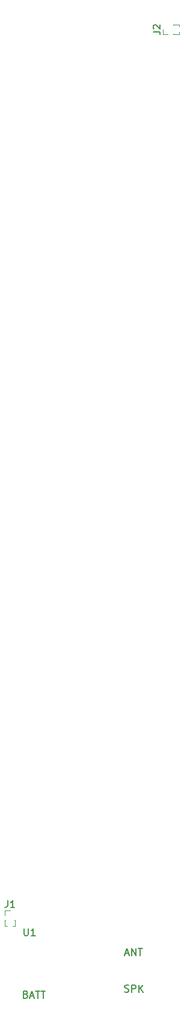
<source format=gbr>
%TF.GenerationSoftware,KiCad,Pcbnew,(5.1.9-0-10_14)*%
%TF.CreationDate,2021-11-23T16:28:05+01:00*%
%TF.ProjectId,leo_headphones,6c656f5f-6865-4616-9470-686f6e65732e,rev?*%
%TF.SameCoordinates,Original*%
%TF.FileFunction,Legend,Top*%
%TF.FilePolarity,Positive*%
%FSLAX46Y46*%
G04 Gerber Fmt 4.6, Leading zero omitted, Abs format (unit mm)*
G04 Created by KiCad (PCBNEW (5.1.9-0-10_14)) date 2021-11-23 16:28:05*
%MOMM*%
%LPD*%
G01*
G04 APERTURE LIST*
%ADD10C,0.120000*%
%ADD11C,0.150000*%
G04 APERTURE END LIST*
D10*
%TO.C,J2*%
X166660000Y16358560D02*
X166660000Y16659067D01*
X166660000Y17448053D02*
X166660000Y17748560D01*
X165785000Y16358560D02*
X166660000Y16358560D01*
X165785000Y17748560D02*
X166660000Y17748560D01*
X165785000Y16358560D02*
X165785000Y16445284D01*
X165785000Y17661836D02*
X165785000Y17748560D01*
X165100000Y16358560D02*
X164415000Y16358560D01*
X164415000Y16358560D02*
X164415000Y17053560D01*
%TO.C,J1*%
X142149520Y-109155160D02*
X142450027Y-109155160D01*
X143239013Y-109155160D02*
X143539520Y-109155160D01*
X142149520Y-108280160D02*
X142149520Y-109155160D01*
X143539520Y-108280160D02*
X143539520Y-109155160D01*
X142149520Y-108280160D02*
X142236244Y-108280160D01*
X143452796Y-108280160D02*
X143539520Y-108280160D01*
X142149520Y-107595160D02*
X142149520Y-106910160D01*
X142149520Y-106910160D02*
X142844520Y-106910160D01*
%TO.C,U1*%
D11*
X144822246Y-109441300D02*
X144822246Y-110250824D01*
X144869865Y-110346062D01*
X144917484Y-110393681D01*
X145012722Y-110441300D01*
X145203198Y-110441300D01*
X145298436Y-110393681D01*
X145346055Y-110346062D01*
X145393674Y-110250824D01*
X145393674Y-109441300D01*
X146393674Y-110441300D02*
X145822246Y-110441300D01*
X146107960Y-110441300D02*
X146107960Y-109441300D01*
X146012722Y-109584158D01*
X145917484Y-109679396D01*
X145822246Y-109727015D01*
X159091293Y-112955586D02*
X159567484Y-112955586D01*
X158996055Y-113241300D02*
X159329389Y-112241300D01*
X159662722Y-113241300D01*
X159996055Y-113241300D02*
X159996055Y-112241300D01*
X160567484Y-113241300D01*
X160567484Y-112241300D01*
X160900817Y-112241300D02*
X161472246Y-112241300D01*
X161186531Y-113241300D02*
X161186531Y-112241300D01*
X158998436Y-118343681D02*
X159141293Y-118391300D01*
X159379389Y-118391300D01*
X159474627Y-118343681D01*
X159522246Y-118296062D01*
X159569865Y-118200824D01*
X159569865Y-118105586D01*
X159522246Y-118010348D01*
X159474627Y-117962729D01*
X159379389Y-117915110D01*
X159188912Y-117867491D01*
X159093674Y-117819872D01*
X159046055Y-117772253D01*
X158998436Y-117677015D01*
X158998436Y-117581777D01*
X159046055Y-117486539D01*
X159093674Y-117438920D01*
X159188912Y-117391300D01*
X159427008Y-117391300D01*
X159569865Y-117438920D01*
X159998436Y-118391300D02*
X159998436Y-117391300D01*
X160379389Y-117391300D01*
X160474627Y-117438920D01*
X160522246Y-117486539D01*
X160569865Y-117581777D01*
X160569865Y-117724634D01*
X160522246Y-117819872D01*
X160474627Y-117867491D01*
X160379389Y-117915110D01*
X159998436Y-117915110D01*
X160998436Y-118391300D02*
X160998436Y-117391300D01*
X161569865Y-118391300D02*
X161141293Y-117819872D01*
X161569865Y-117391300D02*
X160998436Y-117962729D01*
X145065103Y-118717491D02*
X145207960Y-118765110D01*
X145255579Y-118812729D01*
X145303198Y-118907967D01*
X145303198Y-119050824D01*
X145255579Y-119146062D01*
X145207960Y-119193681D01*
X145112722Y-119241300D01*
X144731770Y-119241300D01*
X144731770Y-118241300D01*
X145065103Y-118241300D01*
X145160341Y-118288920D01*
X145207960Y-118336539D01*
X145255579Y-118431777D01*
X145255579Y-118527015D01*
X145207960Y-118622253D01*
X145160341Y-118669872D01*
X145065103Y-118717491D01*
X144731770Y-118717491D01*
X145684151Y-118955586D02*
X146160341Y-118955586D01*
X145588912Y-119241300D02*
X145922246Y-118241300D01*
X146255579Y-119241300D01*
X146446055Y-118241300D02*
X147017484Y-118241300D01*
X146731770Y-119241300D02*
X146731770Y-118241300D01*
X147207960Y-118241300D02*
X147779389Y-118241300D01*
X147493674Y-119241300D02*
X147493674Y-118241300D01*
%TO.C,J2*%
X162992380Y16720226D02*
X163706666Y16720226D01*
X163849523Y16672607D01*
X163944761Y16577369D01*
X163992380Y16434512D01*
X163992380Y16339274D01*
X163087619Y17148798D02*
X163040000Y17196417D01*
X162992380Y17291655D01*
X162992380Y17529750D01*
X163040000Y17624988D01*
X163087619Y17672607D01*
X163182857Y17720226D01*
X163278095Y17720226D01*
X163420952Y17672607D01*
X163992380Y17101179D01*
X163992380Y17720226D01*
%TO.C,J1*%
X142511186Y-105487540D02*
X142511186Y-106201826D01*
X142463567Y-106344683D01*
X142368329Y-106439921D01*
X142225472Y-106487540D01*
X142130234Y-106487540D01*
X143511186Y-106487540D02*
X142939758Y-106487540D01*
X143225472Y-106487540D02*
X143225472Y-105487540D01*
X143130234Y-105630398D01*
X143034996Y-105725636D01*
X142939758Y-105773255D01*
%TD*%
M02*

</source>
